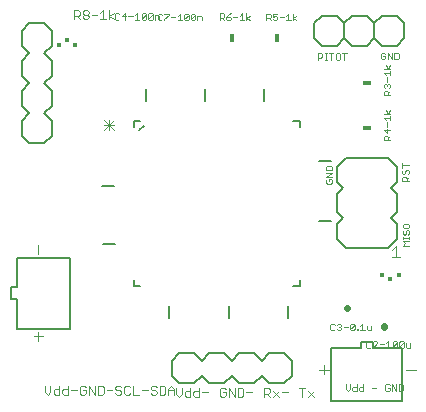
<source format=gto>
G75*
%MOIN*%
%OFA0B0*%
%FSLAX25Y25*%
%IPPOS*%
%LPD*%
%AMOC8*
5,1,8,0,0,1.08239X$1,22.5*
%
%ADD10C,0.00300*%
%ADD11C,0.00200*%
%ADD12C,0.00500*%
%ADD13C,0.00400*%
%ADD14C,0.02200*%
%ADD15C,0.00800*%
%ADD16R,0.01280X0.01673*%
%ADD17R,0.01378X0.01378*%
%ADD18C,0.00600*%
%ADD19R,0.03000X0.01800*%
%ADD20R,0.01800X0.03000*%
D10*
X0019369Y0007707D02*
X0020337Y0006740D01*
X0021304Y0007707D01*
X0021304Y0009642D01*
X0022316Y0008191D02*
X0022800Y0008675D01*
X0024251Y0008675D01*
X0024251Y0009642D02*
X0024251Y0006740D01*
X0022800Y0006740D01*
X0022316Y0007223D01*
X0022316Y0008191D01*
X0025262Y0008191D02*
X0025262Y0007223D01*
X0025746Y0006740D01*
X0027197Y0006740D01*
X0027197Y0009642D01*
X0027197Y0008675D02*
X0025746Y0008675D01*
X0025262Y0008191D01*
X0028209Y0008191D02*
X0030144Y0008191D01*
X0031155Y0009158D02*
X0031155Y0007223D01*
X0031639Y0006740D01*
X0032607Y0006740D01*
X0033090Y0007223D01*
X0033090Y0008191D01*
X0032123Y0008191D01*
X0033090Y0009158D02*
X0032607Y0009642D01*
X0031639Y0009642D01*
X0031155Y0009158D01*
X0034102Y0009642D02*
X0034102Y0006740D01*
X0036037Y0006740D02*
X0036037Y0009642D01*
X0037049Y0009642D02*
X0038500Y0009642D01*
X0038984Y0009158D01*
X0038984Y0007223D01*
X0038500Y0006740D01*
X0037049Y0006740D01*
X0037049Y0009642D01*
X0034102Y0009642D02*
X0036037Y0006740D01*
X0039995Y0008191D02*
X0041930Y0008191D01*
X0042942Y0008675D02*
X0043425Y0008191D01*
X0044393Y0008191D01*
X0044877Y0007707D01*
X0044877Y0007223D01*
X0044393Y0006740D01*
X0043425Y0006740D01*
X0042942Y0007223D01*
X0042942Y0008675D02*
X0042942Y0009158D01*
X0043425Y0009642D01*
X0044393Y0009642D01*
X0044877Y0009158D01*
X0045888Y0009158D02*
X0045888Y0007223D01*
X0046372Y0006740D01*
X0047339Y0006740D01*
X0047823Y0007223D01*
X0048835Y0006740D02*
X0050770Y0006740D01*
X0051781Y0008191D02*
X0053716Y0008191D01*
X0054728Y0008675D02*
X0055211Y0008191D01*
X0056179Y0008191D01*
X0056663Y0007707D01*
X0056663Y0007223D01*
X0056179Y0006740D01*
X0055211Y0006740D01*
X0054728Y0007223D01*
X0054728Y0008675D02*
X0054728Y0009158D01*
X0055211Y0009642D01*
X0056179Y0009642D01*
X0056663Y0009158D01*
X0057674Y0009642D02*
X0057674Y0006740D01*
X0059125Y0006740D01*
X0059609Y0007223D01*
X0059609Y0009158D01*
X0059125Y0009642D01*
X0057674Y0009642D01*
X0060621Y0008675D02*
X0060621Y0006740D01*
X0060621Y0008191D02*
X0062556Y0008191D01*
X0062556Y0008675D02*
X0062556Y0006740D01*
X0063063Y0007038D02*
X0064030Y0006070D01*
X0064998Y0007038D01*
X0064998Y0008973D01*
X0066009Y0007521D02*
X0066493Y0008005D01*
X0067944Y0008005D01*
X0067944Y0008973D02*
X0067944Y0006070D01*
X0066493Y0006070D01*
X0066009Y0006554D01*
X0066009Y0007521D01*
X0068956Y0007521D02*
X0069440Y0008005D01*
X0070891Y0008005D01*
X0070891Y0008973D02*
X0070891Y0006070D01*
X0069440Y0006070D01*
X0068956Y0006554D01*
X0068956Y0007521D01*
X0071902Y0007521D02*
X0073837Y0007521D01*
X0077795Y0006554D02*
X0078279Y0006070D01*
X0079247Y0006070D01*
X0079730Y0006554D01*
X0079730Y0007521D01*
X0078763Y0007521D01*
X0077795Y0008489D02*
X0077795Y0006554D01*
X0077795Y0008489D02*
X0078279Y0008973D01*
X0079247Y0008973D01*
X0079730Y0008489D01*
X0080742Y0008973D02*
X0082677Y0006070D01*
X0082677Y0008973D01*
X0083688Y0008973D02*
X0085140Y0008973D01*
X0085623Y0008489D01*
X0085623Y0006554D01*
X0085140Y0006070D01*
X0083688Y0006070D01*
X0083688Y0008973D01*
X0080742Y0008973D02*
X0080742Y0006070D01*
X0086635Y0007521D02*
X0088570Y0007521D01*
X0092528Y0007038D02*
X0093979Y0007038D01*
X0094463Y0007521D01*
X0094463Y0008489D01*
X0093979Y0008973D01*
X0092528Y0008973D01*
X0092528Y0006070D01*
X0093495Y0007038D02*
X0094463Y0006070D01*
X0095475Y0006070D02*
X0097410Y0008005D01*
X0098421Y0007521D02*
X0100356Y0007521D01*
X0097410Y0006070D02*
X0095475Y0008005D01*
X0104314Y0008973D02*
X0106249Y0008973D01*
X0105282Y0008973D02*
X0105282Y0006070D01*
X0107261Y0006070D02*
X0109196Y0008005D01*
X0107261Y0008005D02*
X0109196Y0006070D01*
X0135246Y0052650D02*
X0137715Y0052650D01*
X0136481Y0052650D02*
X0136481Y0056353D01*
X0135246Y0055119D01*
X0063063Y0008973D02*
X0063063Y0007038D01*
X0062556Y0008675D02*
X0061588Y0009642D01*
X0060621Y0008675D01*
X0048835Y0009642D02*
X0048835Y0006740D01*
X0047823Y0009158D02*
X0047339Y0009642D01*
X0046372Y0009642D01*
X0045888Y0009158D01*
X0019369Y0009642D02*
X0019369Y0007707D01*
X0039230Y0095034D02*
X0042366Y0098170D01*
X0042366Y0096602D02*
X0039230Y0096602D01*
X0039230Y0098170D02*
X0042366Y0095034D01*
X0040798Y0095034D02*
X0040798Y0098170D01*
X0040886Y0131984D02*
X0040886Y0134887D01*
X0042337Y0133919D02*
X0040886Y0132952D01*
X0042337Y0131984D01*
X0039875Y0131984D02*
X0037940Y0131984D01*
X0038907Y0131984D02*
X0038907Y0134887D01*
X0037940Y0133919D01*
X0036928Y0133435D02*
X0034993Y0133435D01*
X0033982Y0132952D02*
X0033982Y0132468D01*
X0033498Y0131984D01*
X0032530Y0131984D01*
X0032047Y0132468D01*
X0032047Y0132952D01*
X0032530Y0133435D01*
X0033498Y0133435D01*
X0033982Y0132952D01*
X0033498Y0133435D02*
X0033982Y0133919D01*
X0033982Y0134403D01*
X0033498Y0134887D01*
X0032530Y0134887D01*
X0032047Y0134403D01*
X0032047Y0133919D01*
X0032530Y0133435D01*
X0031035Y0133435D02*
X0030551Y0132952D01*
X0029100Y0132952D01*
X0030068Y0132952D02*
X0031035Y0131984D01*
X0031035Y0133435D02*
X0031035Y0134403D01*
X0030551Y0134887D01*
X0029100Y0134887D01*
X0029100Y0131984D01*
D11*
X0042834Y0132095D02*
X0043201Y0131728D01*
X0043935Y0131728D01*
X0044302Y0132095D01*
X0045044Y0132829D02*
X0046512Y0132829D01*
X0047254Y0132829D02*
X0048722Y0132829D01*
X0049464Y0133196D02*
X0050198Y0133930D01*
X0050198Y0131728D01*
X0049464Y0131728D02*
X0050932Y0131728D01*
X0051674Y0132095D02*
X0051674Y0133563D01*
X0052041Y0133930D01*
X0052775Y0133930D01*
X0053142Y0133563D01*
X0051674Y0132095D01*
X0052041Y0131728D01*
X0052775Y0131728D01*
X0053142Y0132095D01*
X0053142Y0133563D01*
X0053883Y0133563D02*
X0054250Y0133930D01*
X0054984Y0133930D01*
X0055351Y0133563D01*
X0053883Y0132095D01*
X0054250Y0131728D01*
X0054984Y0131728D01*
X0055351Y0132095D01*
X0055351Y0133563D01*
X0056093Y0133196D02*
X0056093Y0131728D01*
X0057049Y0131943D02*
X0057416Y0131576D01*
X0058149Y0131576D01*
X0058516Y0131943D01*
X0059258Y0131943D02*
X0059258Y0131576D01*
X0059258Y0131943D02*
X0060726Y0133411D01*
X0060726Y0133778D01*
X0059258Y0133778D01*
X0058516Y0133411D02*
X0058149Y0133778D01*
X0057416Y0133778D01*
X0057049Y0133411D01*
X0057049Y0131943D01*
X0057561Y0131728D02*
X0057561Y0132829D01*
X0057194Y0133196D01*
X0056093Y0133196D01*
X0053883Y0133563D02*
X0053883Y0132095D01*
X0061468Y0132677D02*
X0062936Y0132677D01*
X0063678Y0133044D02*
X0064412Y0133778D01*
X0064412Y0131576D01*
X0063678Y0131576D02*
X0065146Y0131576D01*
X0065888Y0131943D02*
X0067356Y0133411D01*
X0067356Y0131943D01*
X0066989Y0131576D01*
X0066255Y0131576D01*
X0065888Y0131943D01*
X0065888Y0133411D01*
X0066255Y0133778D01*
X0066989Y0133778D01*
X0067356Y0133411D01*
X0068098Y0133411D02*
X0068098Y0131943D01*
X0069566Y0133411D01*
X0069566Y0131943D01*
X0069199Y0131576D01*
X0068465Y0131576D01*
X0068098Y0131943D01*
X0068098Y0133411D02*
X0068465Y0133778D01*
X0069199Y0133778D01*
X0069566Y0133411D01*
X0070308Y0133044D02*
X0071409Y0133044D01*
X0071776Y0132677D01*
X0071776Y0131576D01*
X0070308Y0131576D02*
X0070308Y0133044D01*
X0077726Y0132368D02*
X0078827Y0132368D01*
X0079194Y0132735D01*
X0079194Y0133469D01*
X0078827Y0133836D01*
X0077726Y0133836D01*
X0077726Y0131634D01*
X0078460Y0132368D02*
X0079194Y0131634D01*
X0079935Y0132001D02*
X0080302Y0131634D01*
X0081036Y0131634D01*
X0081403Y0132001D01*
X0081403Y0132368D01*
X0081036Y0132735D01*
X0079935Y0132735D01*
X0079935Y0132001D01*
X0079935Y0132735D02*
X0080669Y0133469D01*
X0081403Y0133836D01*
X0082145Y0132735D02*
X0083613Y0132735D01*
X0084355Y0133102D02*
X0085089Y0133836D01*
X0085089Y0131634D01*
X0084355Y0131634D02*
X0085823Y0131634D01*
X0086565Y0131634D02*
X0086565Y0133836D01*
X0087666Y0133102D02*
X0086565Y0132368D01*
X0087666Y0131634D01*
X0093268Y0131529D02*
X0093268Y0133731D01*
X0094369Y0133731D01*
X0094736Y0133364D01*
X0094736Y0132630D01*
X0094369Y0132263D01*
X0093268Y0132263D01*
X0094002Y0132263D02*
X0094736Y0131529D01*
X0095478Y0131896D02*
X0095845Y0131529D01*
X0096579Y0131529D01*
X0096946Y0131896D01*
X0096946Y0132630D01*
X0096579Y0132997D01*
X0096212Y0132997D01*
X0095478Y0132630D01*
X0095478Y0133731D01*
X0096946Y0133731D01*
X0097688Y0132630D02*
X0099156Y0132630D01*
X0099898Y0132997D02*
X0100632Y0133731D01*
X0100632Y0131529D01*
X0099898Y0131529D02*
X0101366Y0131529D01*
X0102108Y0131529D02*
X0102108Y0133731D01*
X0103209Y0132997D02*
X0102108Y0132263D01*
X0103209Y0131529D01*
X0110473Y0120568D02*
X0111574Y0120568D01*
X0111941Y0120201D01*
X0111941Y0119467D01*
X0111574Y0119100D01*
X0110473Y0119100D01*
X0110473Y0118366D02*
X0110473Y0120568D01*
X0112683Y0120568D02*
X0113417Y0120568D01*
X0113050Y0120568D02*
X0113050Y0118366D01*
X0112683Y0118366D02*
X0113417Y0118366D01*
X0114890Y0118366D02*
X0114890Y0120568D01*
X0114157Y0120568D02*
X0115624Y0120568D01*
X0116366Y0120201D02*
X0116366Y0118733D01*
X0116733Y0118366D01*
X0117467Y0118366D01*
X0117834Y0118733D01*
X0117834Y0120201D01*
X0117467Y0120568D01*
X0116733Y0120568D01*
X0116366Y0120201D01*
X0118576Y0120568D02*
X0120044Y0120568D01*
X0119310Y0120568D02*
X0119310Y0118366D01*
X0131493Y0118884D02*
X0131860Y0118517D01*
X0132594Y0118517D01*
X0132961Y0118884D01*
X0132961Y0119618D01*
X0132227Y0119618D01*
X0132961Y0120352D02*
X0132594Y0120719D01*
X0131860Y0120719D01*
X0131493Y0120352D01*
X0131493Y0118884D01*
X0133703Y0118517D02*
X0133703Y0120719D01*
X0135170Y0118517D01*
X0135170Y0120719D01*
X0135912Y0120719D02*
X0135912Y0118517D01*
X0137013Y0118517D01*
X0137380Y0118884D01*
X0137380Y0120352D01*
X0137013Y0120719D01*
X0135912Y0120719D01*
X0134599Y0116540D02*
X0133865Y0115439D01*
X0133131Y0116540D01*
X0132397Y0115439D02*
X0134599Y0115439D01*
X0134599Y0114697D02*
X0134599Y0113229D01*
X0134599Y0113963D02*
X0132397Y0113963D01*
X0133131Y0113229D01*
X0133498Y0112487D02*
X0133498Y0111019D01*
X0133865Y0110277D02*
X0133498Y0109910D01*
X0133498Y0109543D01*
X0133498Y0109910D02*
X0133131Y0110277D01*
X0132764Y0110277D01*
X0132397Y0109910D01*
X0132397Y0109176D01*
X0132764Y0108809D01*
X0132764Y0108067D02*
X0133498Y0108067D01*
X0133865Y0107700D01*
X0133865Y0106599D01*
X0134599Y0106599D02*
X0132397Y0106599D01*
X0132397Y0107700D01*
X0132764Y0108067D01*
X0133865Y0107333D02*
X0134599Y0108067D01*
X0134232Y0108809D02*
X0134599Y0109176D01*
X0134599Y0109910D01*
X0134232Y0110277D01*
X0133865Y0110277D01*
X0134599Y0101535D02*
X0133865Y0100434D01*
X0133131Y0101535D01*
X0132397Y0100434D02*
X0134599Y0100434D01*
X0134599Y0099692D02*
X0134599Y0098224D01*
X0134599Y0098958D02*
X0132397Y0098958D01*
X0133131Y0098224D01*
X0133498Y0097482D02*
X0133498Y0096014D01*
X0133498Y0095272D02*
X0133498Y0093804D01*
X0132397Y0094905D01*
X0134599Y0094905D01*
X0134599Y0093062D02*
X0133865Y0092328D01*
X0133865Y0092695D02*
X0133865Y0091594D01*
X0134599Y0091594D02*
X0132397Y0091594D01*
X0132397Y0092695D01*
X0132764Y0093062D01*
X0133498Y0093062D01*
X0133865Y0092695D01*
X0138521Y0083864D02*
X0138521Y0082396D01*
X0138521Y0083130D02*
X0140723Y0083130D01*
X0140356Y0081654D02*
X0140723Y0081287D01*
X0140723Y0080553D01*
X0140356Y0080186D01*
X0139622Y0080553D02*
X0139622Y0081287D01*
X0139989Y0081654D01*
X0140356Y0081654D01*
X0139622Y0080553D02*
X0139255Y0080186D01*
X0138888Y0080186D01*
X0138521Y0080553D01*
X0138521Y0081287D01*
X0138888Y0081654D01*
X0138888Y0079444D02*
X0139622Y0079444D01*
X0139989Y0079077D01*
X0139989Y0077976D01*
X0140723Y0077976D02*
X0138521Y0077976D01*
X0138521Y0079077D01*
X0138888Y0079444D01*
X0139989Y0078710D02*
X0140723Y0079444D01*
X0140608Y0063776D02*
X0139140Y0063776D01*
X0138773Y0063409D01*
X0138773Y0062675D01*
X0139140Y0062308D01*
X0140608Y0062308D01*
X0140975Y0062675D01*
X0140975Y0063409D01*
X0140608Y0063776D01*
X0140608Y0061566D02*
X0140975Y0061199D01*
X0140975Y0060465D01*
X0140608Y0060098D01*
X0139874Y0060465D02*
X0139874Y0061199D01*
X0140241Y0061566D01*
X0140608Y0061566D01*
X0139874Y0060465D02*
X0139507Y0060098D01*
X0139140Y0060098D01*
X0138773Y0060465D01*
X0138773Y0061199D01*
X0139140Y0061566D01*
X0138773Y0059359D02*
X0138773Y0058625D01*
X0138773Y0058992D02*
X0140975Y0058992D01*
X0140975Y0058625D02*
X0140975Y0059359D01*
X0140975Y0057883D02*
X0138773Y0057883D01*
X0139507Y0057149D01*
X0138773Y0056415D01*
X0140975Y0056415D01*
X0128206Y0029639D02*
X0128206Y0028171D01*
X0127105Y0028171D01*
X0126738Y0028538D01*
X0126738Y0029639D01*
X0125996Y0028171D02*
X0124528Y0028171D01*
X0125262Y0028171D02*
X0125262Y0030373D01*
X0124528Y0029639D01*
X0123790Y0028538D02*
X0123423Y0028538D01*
X0123423Y0028171D01*
X0123790Y0028171D01*
X0123790Y0028538D01*
X0122681Y0028538D02*
X0122681Y0030006D01*
X0121213Y0028538D01*
X0121580Y0028171D01*
X0122314Y0028171D01*
X0122681Y0028538D01*
X0122681Y0030006D02*
X0122314Y0030373D01*
X0121580Y0030373D01*
X0121213Y0030006D01*
X0121213Y0028538D01*
X0120471Y0029272D02*
X0119003Y0029272D01*
X0118261Y0029639D02*
X0117894Y0029272D01*
X0118261Y0028905D01*
X0118261Y0028538D01*
X0117894Y0028171D01*
X0117160Y0028171D01*
X0116793Y0028538D01*
X0116051Y0028538D02*
X0115684Y0028171D01*
X0114950Y0028171D01*
X0114583Y0028538D01*
X0114583Y0030006D01*
X0114950Y0030373D01*
X0115684Y0030373D01*
X0116051Y0030006D01*
X0116793Y0030006D02*
X0117160Y0030373D01*
X0117894Y0030373D01*
X0118261Y0030006D01*
X0118261Y0029639D01*
X0117894Y0029272D02*
X0117527Y0029272D01*
X0126568Y0024232D02*
X0126568Y0022764D01*
X0126935Y0022397D01*
X0127669Y0022397D01*
X0128036Y0022764D01*
X0128778Y0022397D02*
X0130246Y0023865D01*
X0130246Y0024232D01*
X0129879Y0024599D01*
X0129145Y0024599D01*
X0128778Y0024232D01*
X0128036Y0024232D02*
X0127669Y0024599D01*
X0126935Y0024599D01*
X0126568Y0024232D01*
X0128778Y0022397D02*
X0130246Y0022397D01*
X0130988Y0023498D02*
X0132456Y0023498D01*
X0133198Y0023865D02*
X0133932Y0024599D01*
X0133932Y0022397D01*
X0133198Y0022397D02*
X0134666Y0022397D01*
X0135408Y0022764D02*
X0135408Y0024232D01*
X0135775Y0024599D01*
X0136509Y0024599D01*
X0136876Y0024232D01*
X0135408Y0022764D01*
X0135775Y0022397D01*
X0136509Y0022397D01*
X0136876Y0022764D01*
X0136876Y0024232D01*
X0137618Y0024232D02*
X0137985Y0024599D01*
X0138719Y0024599D01*
X0139086Y0024232D01*
X0137618Y0022764D01*
X0137985Y0022397D01*
X0138719Y0022397D01*
X0139086Y0022764D01*
X0139086Y0024232D01*
X0139828Y0023865D02*
X0139828Y0022764D01*
X0140195Y0022397D01*
X0141296Y0022397D01*
X0141296Y0023865D01*
X0137618Y0024232D02*
X0137618Y0022764D01*
X0137346Y0010164D02*
X0138447Y0010164D01*
X0138814Y0009797D01*
X0138814Y0008329D01*
X0138447Y0007962D01*
X0137346Y0007962D01*
X0137346Y0010164D01*
X0136604Y0010164D02*
X0136604Y0007962D01*
X0135137Y0010164D01*
X0135137Y0007962D01*
X0134395Y0008329D02*
X0134395Y0009063D01*
X0133661Y0009063D01*
X0134395Y0009797D02*
X0134028Y0010164D01*
X0133294Y0010164D01*
X0132927Y0009797D01*
X0132927Y0008329D01*
X0133294Y0007962D01*
X0134028Y0007962D01*
X0134395Y0008329D01*
X0129975Y0009063D02*
X0128507Y0009063D01*
X0125555Y0009430D02*
X0124454Y0009430D01*
X0124087Y0009063D01*
X0124087Y0008329D01*
X0124454Y0007962D01*
X0125555Y0007962D01*
X0125555Y0010164D01*
X0123345Y0010164D02*
X0123345Y0007962D01*
X0122244Y0007962D01*
X0121877Y0008329D01*
X0121877Y0009063D01*
X0122244Y0009430D01*
X0123345Y0009430D01*
X0121135Y0008696D02*
X0121135Y0010164D01*
X0119667Y0010164D02*
X0119667Y0008696D01*
X0120401Y0007962D01*
X0121135Y0008696D01*
X0114900Y0077094D02*
X0113432Y0077094D01*
X0113065Y0077461D01*
X0113065Y0078195D01*
X0113432Y0078562D01*
X0114166Y0078562D02*
X0114166Y0077828D01*
X0114166Y0078562D02*
X0114900Y0078562D01*
X0115267Y0078195D01*
X0115267Y0077461D01*
X0114900Y0077094D01*
X0115267Y0079304D02*
X0113065Y0079304D01*
X0115267Y0080772D01*
X0113065Y0080772D01*
X0113065Y0081513D02*
X0113065Y0082614D01*
X0113432Y0082981D01*
X0114900Y0082981D01*
X0115267Y0082614D01*
X0115267Y0081513D01*
X0113065Y0081513D01*
X0046145Y0131728D02*
X0046145Y0133930D01*
X0045044Y0132829D01*
X0044302Y0133563D02*
X0043935Y0133930D01*
X0043201Y0133930D01*
X0042834Y0133563D01*
X0042834Y0132095D01*
D12*
X0116780Y0082500D02*
X0116780Y0077500D01*
X0118780Y0075500D01*
X0116780Y0073500D01*
X0116780Y0067500D01*
X0118780Y0065500D01*
X0116780Y0063500D01*
X0116780Y0058500D01*
X0119780Y0055500D01*
X0133780Y0055500D01*
X0136780Y0058500D01*
X0136780Y0063500D01*
X0134780Y0065500D01*
X0136780Y0067500D01*
X0136780Y0073500D01*
X0134780Y0075500D01*
X0136780Y0077500D01*
X0136780Y0082500D01*
X0133780Y0085500D01*
X0119780Y0085500D01*
X0116780Y0082500D01*
X0124811Y0024161D02*
X0128748Y0024161D01*
X0128748Y0022193D01*
X0138591Y0022193D01*
X0138591Y0004476D01*
X0114969Y0004476D01*
X0114969Y0022193D01*
X0124811Y0022193D01*
X0124811Y0024161D01*
X0027803Y0028689D02*
X0010087Y0028689D01*
X0010087Y0038531D01*
X0008118Y0038531D01*
X0008118Y0042469D01*
X0010087Y0042469D01*
X0010087Y0052311D01*
X0027803Y0052311D01*
X0027803Y0028689D01*
D13*
X0018812Y0026235D02*
X0015743Y0026235D01*
X0017278Y0024700D02*
X0017278Y0027769D01*
X0017278Y0053700D02*
X0017278Y0056769D01*
X0110980Y0015002D02*
X0114049Y0015002D01*
X0112514Y0016537D02*
X0112514Y0013467D01*
X0139980Y0015002D02*
X0143049Y0015002D01*
D14*
X0132567Y0029344D02*
X0132567Y0029584D01*
X0120186Y0035525D02*
X0120186Y0035765D01*
D15*
X0101780Y0018000D02*
X0101780Y0013000D01*
X0099280Y0010500D01*
X0094280Y0010500D01*
X0091780Y0013000D01*
X0089280Y0010500D01*
X0084280Y0010500D01*
X0081780Y0013000D01*
X0079280Y0010500D01*
X0074280Y0010500D01*
X0071780Y0013000D01*
X0069280Y0010500D01*
X0064280Y0010500D01*
X0061780Y0013000D01*
X0061780Y0018000D01*
X0064280Y0020500D01*
X0069280Y0020500D01*
X0071780Y0018000D01*
X0074280Y0020500D01*
X0079280Y0020500D01*
X0081780Y0018000D01*
X0084280Y0020500D01*
X0089280Y0020500D01*
X0091780Y0018000D01*
X0094280Y0020500D01*
X0099280Y0020500D01*
X0101780Y0018000D01*
X0021780Y0093000D02*
X0021780Y0098000D01*
X0019280Y0100500D01*
X0021780Y0103000D01*
X0021780Y0108000D01*
X0019280Y0110500D01*
X0021780Y0113000D01*
X0021780Y0118000D01*
X0019280Y0120500D01*
X0021780Y0123000D01*
X0021780Y0128000D01*
X0019280Y0130500D01*
X0014280Y0130500D01*
X0011780Y0128000D01*
X0011780Y0123000D01*
X0014280Y0120500D01*
X0011780Y0118000D01*
X0011780Y0113000D01*
X0014280Y0110500D01*
X0011780Y0108000D01*
X0011780Y0103000D01*
X0014280Y0100500D01*
X0011780Y0098000D01*
X0011780Y0093000D01*
X0014280Y0090500D01*
X0019280Y0090500D01*
X0021780Y0093000D01*
D16*
X0024073Y0123285D03*
X0029486Y0123285D03*
X0131923Y0046752D03*
X0137336Y0046752D03*
D17*
X0134629Y0045227D03*
X0026780Y0124811D03*
D18*
X0049180Y0098100D02*
X0051280Y0098100D01*
X0049180Y0098100D02*
X0049180Y0096000D01*
X0050980Y0094800D02*
X0052480Y0096300D01*
X0053080Y0104700D02*
X0053080Y0108700D01*
X0072780Y0108700D02*
X0072780Y0104700D01*
X0092480Y0104700D02*
X0092480Y0108700D01*
X0102280Y0098100D02*
X0104380Y0098100D01*
X0104380Y0096000D01*
X0110880Y0084500D02*
X0114880Y0084500D01*
X0114880Y0064700D02*
X0110880Y0064700D01*
X0104380Y0045000D02*
X0104380Y0042900D01*
X0102280Y0042900D01*
X0100580Y0036300D02*
X0100580Y0032300D01*
X0080780Y0032400D02*
X0080780Y0036400D01*
X0060980Y0036300D02*
X0060980Y0032300D01*
X0051280Y0042900D02*
X0049180Y0042900D01*
X0049180Y0045000D01*
X0042680Y0056800D02*
X0038680Y0056800D01*
X0038580Y0076400D02*
X0042580Y0076400D01*
X0109280Y0125500D02*
X0111780Y0123000D01*
X0116780Y0123000D01*
X0119280Y0125500D01*
X0121780Y0123000D01*
X0126780Y0123000D01*
X0129280Y0125500D01*
X0131780Y0123000D01*
X0136780Y0123000D01*
X0139280Y0125500D01*
X0139280Y0130500D01*
X0136780Y0133000D01*
X0131780Y0133000D01*
X0129280Y0130500D01*
X0129280Y0125500D01*
X0129280Y0130500D02*
X0126780Y0133000D01*
X0121780Y0133000D01*
X0119280Y0130500D01*
X0119280Y0125500D01*
X0119280Y0130500D02*
X0116780Y0133000D01*
X0111780Y0133000D01*
X0109280Y0130500D01*
X0109280Y0125500D01*
D19*
X0126780Y0110500D03*
X0126780Y0095500D03*
D20*
X0096780Y0125500D03*
X0081780Y0125500D03*
M02*

</source>
